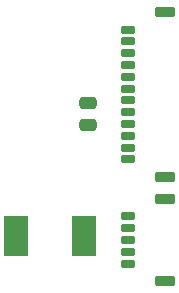
<source format=gbr>
%TF.GenerationSoftware,KiCad,Pcbnew,(7.0.0-0)*%
%TF.CreationDate,2023-03-02T20:45:30+01:00*%
%TF.ProjectId,OpenKNXiaO-Mini,4f70656e-4b4e-4586-9961-4f2d4d696e69,1.3*%
%TF.SameCoordinates,Original*%
%TF.FileFunction,Paste,Top*%
%TF.FilePolarity,Positive*%
%FSLAX46Y46*%
G04 Gerber Fmt 4.6, Leading zero omitted, Abs format (unit mm)*
G04 Created by KiCad (PCBNEW (7.0.0-0)) date 2023-03-02 20:45:30*
%MOMM*%
%LPD*%
G01*
G04 APERTURE LIST*
G04 Aperture macros list*
%AMRoundRect*
0 Rectangle with rounded corners*
0 $1 Rounding radius*
0 $2 $3 $4 $5 $6 $7 $8 $9 X,Y pos of 4 corners*
0 Add a 4 corners polygon primitive as box body*
4,1,4,$2,$3,$4,$5,$6,$7,$8,$9,$2,$3,0*
0 Add four circle primitives for the rounded corners*
1,1,$1+$1,$2,$3*
1,1,$1+$1,$4,$5*
1,1,$1+$1,$6,$7*
1,1,$1+$1,$8,$9*
0 Add four rect primitives between the rounded corners*
20,1,$1+$1,$2,$3,$4,$5,0*
20,1,$1+$1,$4,$5,$6,$7,0*
20,1,$1+$1,$6,$7,$8,$9,0*
20,1,$1+$1,$8,$9,$2,$3,0*%
G04 Aperture macros list end*
%ADD10RoundRect,0.150000X0.475000X-0.150000X0.475000X0.150000X-0.475000X0.150000X-0.475000X-0.150000X0*%
%ADD11RoundRect,0.225000X0.625000X-0.225000X0.625000X0.225000X-0.625000X0.225000X-0.625000X-0.225000X0*%
%ADD12R,2.000000X3.500000*%
%ADD13RoundRect,0.250000X-0.475000X0.250000X-0.475000X-0.250000X0.475000X-0.250000X0.475000X0.250000X0*%
G04 APERTURE END LIST*
D10*
%TO.C,J5*%
X130185000Y-121340000D03*
X130185000Y-120340000D03*
X130185000Y-119340000D03*
X130185000Y-118340000D03*
X130185000Y-117340000D03*
D11*
X133310000Y-122790000D03*
X133310000Y-115890000D03*
%TD*%
D10*
%TO.C,J7*%
X130185000Y-112525000D03*
X130185000Y-111525000D03*
X130185000Y-110525000D03*
X130185000Y-109525000D03*
X130185000Y-108525000D03*
X130185000Y-107525000D03*
X130185000Y-106525000D03*
X130185000Y-105525000D03*
X130185000Y-104525000D03*
X130185000Y-103525000D03*
X130185000Y-102525000D03*
X130185000Y-101525000D03*
D11*
X133310000Y-113975000D03*
X133310000Y-100075000D03*
%TD*%
D12*
%TO.C,J1*%
X120734999Y-118981199D03*
X126474999Y-118963699D03*
%TD*%
D13*
%TO.C,C7*%
X126860000Y-107720000D03*
X126860000Y-109620000D03*
%TD*%
M02*

</source>
